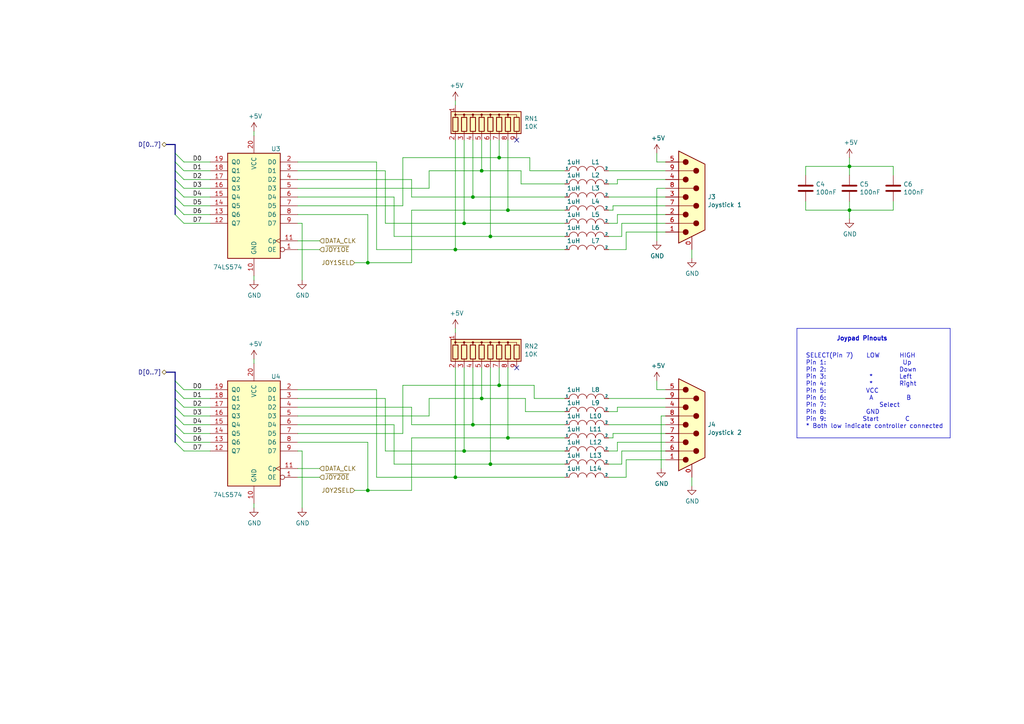
<source format=kicad_sch>
(kicad_sch (version 20211123) (generator eeschema)
  (paper "A4")
  (lib_symbols
    (symbol "74xx:74LS574" (pin_names (offset 1.016))
      (property "Reference" "U" (at -7.62 16.51 0))
      (property "Value" "74LS574" (at -7.62 -16.51 0))
      (symbol "74LS574_1_0"
        (pin input inverted (at -12.7 -12.7 0) (length 5.08) (name "OE") (number "1"))
        (pin power_in line (at 0 -20.32 90) (length 5.08) (name "GND") (number "10"))
        (pin input clock (at -12.7 -10.16 0) (length 5.08) (name "Cp") (number "11"))
        (pin tri_state line (at 12.7 -5.08 180) (length 5.08) (name "Q7") (number "12"))
        (pin tri_state line (at 12.7 -2.54 180) (length 5.08) (name "Q6") (number "13"))
        (pin tri_state line (at 12.7 0 180) (length 5.08) (name "Q5") (number "14"))
        (pin tri_state line (at 12.7 2.54 180) (length 5.08) (name "Q4") (number "15"))
        (pin tri_state line (at 12.7 5.08 180) (length 5.08) (name "Q3") (number "16"))
        (pin tri_state line (at 12.7 7.62 180) (length 5.08) (name "Q2") (number "17"))
        (pin tri_state line (at 12.7 10.16 180) (length 5.08) (name "Q1") (number "18"))
        (pin tri_state line (at 12.7 12.7 180) (length 5.08) (name "Q0") (number "19"))
        (pin input line (at -12.7 12.7 0) (length 5.08) (name "D0") (number "2"))
        (pin power_in line (at 0 20.32 270) (length 5.08) (name "VCC") (number "20"))
        (pin input line (at -12.7 10.16 0) (length 5.08) (name "D1") (number "3"))
        (pin input line (at -12.7 7.62 0) (length 5.08) (name "D2") (number "4"))
        (pin input line (at -12.7 5.08 0) (length 5.08) (name "D3") (number "5"))
        (pin input line (at -12.7 2.54 0) (length 5.08) (name "D4") (number "6"))
        (pin input line (at -12.7 0 0) (length 5.08) (name "D5") (number "7"))
        (pin input line (at -12.7 -2.54 0) (length 5.08) (name "D6") (number "8"))
        (pin input line (at -12.7 -5.08 0) (length 5.08) (name "D7") (number "9"))
      )
      (symbol "74LS574_1_1"
        (rectangle (start -7.62 15.24) (end 7.62 -15.24) (stroke (width 0.254)) (fill (type background)))
      )
    )
    (symbol "Connector:DB9_Male_MountingHoles" (pin_names (offset 1.016) hide)
      (property "Reference" "J" (at 0 16.51 0))
      (property "Value" "DB9_Male_MountingHoles" (at 0 14.605 0))
      (symbol "DB9_Male_MountingHoles_0_1"
        (circle (center -1.778 -10.16) (radius 0.762) (fill (type outline)))
        (circle (center -1.778 -5.08) (radius 0.762) (fill (type outline)))
        (circle (center -1.778 0) (radius 0.762) (fill (type outline)))
        (circle (center -1.778 5.08) (radius 0.762) (fill (type outline)))
        (circle (center -1.778 10.16) (radius 0.762) (fill (type outline)))
        (polyline (pts (xy -3.81 -10.16) (xy -2.54 -10.16)))
        (polyline (pts (xy -3.81 -7.62) (xy 0.508 -7.62)))
        (polyline (pts (xy -3.81 -5.08) (xy -2.54 -5.08)))
        (polyline (pts (xy -3.81 -2.54) (xy 0.508 -2.54)))
        (polyline (pts (xy -3.81 0) (xy -2.54 0)))
        (polyline (pts (xy -3.81 2.54) (xy 0.508 2.54)))
        (polyline (pts (xy -3.81 5.08) (xy -2.54 5.08)))
        (polyline (pts (xy -3.81 7.62) (xy 0.508 7.62)))
        (polyline (pts (xy -3.81 10.16) (xy -2.54 10.16)))
        (polyline (pts (xy -3.81 -13.335) (xy -3.81 13.335) (xy 3.81 9.525) (xy 3.81 -9.525) (xy -3.81 -13.335)) (stroke (width 0.254)) (fill (type background)))
        (circle (center 1.27 -7.62) (radius 0.762) (fill (type outline)))
        (circle (center 1.27 -2.54) (radius 0.762) (fill (type outline)))
        (circle (center 1.27 2.54) (radius 0.762) (fill (type outline)))
        (circle (center 1.27 7.62) (radius 0.762) (fill (type outline)))
      )
      (symbol "DB9_Male_MountingHoles_1_1"
        (pin passive line (at 0 -15.24 90) (length 3.81) (name "PAD") (number "0"))
        (pin passive line (at -7.62 -10.16 0) (length 3.81) (name "1") (number "1"))
        (pin passive line (at -7.62 -5.08 0) (length 3.81) (name "2") (number "2"))
        (pin passive line (at -7.62 0 0) (length 3.81) (name "3") (number "3"))
        (pin passive line (at -7.62 5.08 0) (length 3.81) (name "4") (number "4"))
        (pin passive line (at -7.62 10.16 0) (length 3.81) (name "5") (number "5"))
        (pin passive line (at -7.62 -7.62 0) (length 3.81) (name "6") (number "6"))
        (pin passive line (at -7.62 -2.54 0) (length 3.81) (name "7") (number "7"))
        (pin passive line (at -7.62 2.54 0) (length 3.81) (name "8") (number "8"))
        (pin passive line (at -7.62 7.62 0) (length 3.81) (name "9") (number "9"))
      )
    )
    (symbol "Device:C" (pin_numbers hide) (pin_names (offset 0.254))
      (property "Reference" "C" (at 0.635 2.54 0))
      (property "Value" "C" (at 0.635 -2.54 0))
      (symbol "C_0_1"
        (polyline (pts (xy -2.032 -0.762) (xy 2.032 -0.762)) (stroke (width 0.508)))
        (polyline (pts (xy -2.032 0.762) (xy 2.032 0.762)) (stroke (width 0.508)))
      )
      (symbol "C_1_1"
        (pin passive line (at 0 3.81 270) (length 2.794) (name "~") (number "1"))
        (pin passive line (at 0 -3.81 90) (length 2.794) (name "~") (number "2"))
      )
    )
    (symbol "Device:R_Network08" (pin_names (offset 0) hide)
      (property "Reference" "RN" (at -12.7 0 90))
      (property "Value" "R_Network08" (at 10.16 0 90))
      (symbol "R_Network08_0_1"
        (rectangle (start -11.43 -3.175) (end 8.89 3.175) (stroke (width 0.254)) (fill (type background)))
        (rectangle (start -10.922 1.524) (end -9.398 -2.54) (stroke (width 0.254)))
        (circle (center -10.16 2.286) (radius 0.254) (fill (type outline)))
        (rectangle (start -8.382 1.524) (end -6.858 -2.54) (stroke (width 0.254)))
        (circle (center -7.62 2.286) (radius 0.254) (fill (type outline)))
        (rectangle (start -5.842 1.524) (end -4.318 -2.54) (stroke (width 0.254)))
        (circle (center -5.08 2.286) (radius 0.254) (fill (type outline)))
        (rectangle (start -3.302 1.524) (end -1.778 -2.54) (stroke (width 0.254)))
        (circle (center -2.54 2.286) (radius 0.254) (fill (type outline)))
        (rectangle (start -0.762 1.524) (end 0.762 -2.54) (stroke (width 0.254)))
        (polyline (pts (xy -10.16 -2.54) (xy -10.16 -3.81)))
        (polyline (pts (xy -7.62 -2.54) (xy -7.62 -3.81)))
        (polyline (pts (xy -5.08 -2.54) (xy -5.08 -3.81)))
        (polyline (pts (xy -2.54 -2.54) (xy -2.54 -3.81)))
        (polyline (pts (xy 0 -2.54) (xy 0 -3.81)))
        (polyline (pts (xy 2.54 -2.54) (xy 2.54 -3.81)))
        (polyline (pts (xy 5.08 -2.54) (xy 5.08 -3.81)))
        (polyline (pts (xy 7.62 -2.54) (xy 7.62 -3.81)))
        (polyline (pts (xy -10.16 1.524) (xy -10.16 2.286) (xy -7.62 2.286) (xy -7.62 1.524)))
        (polyline (pts (xy -7.62 1.524) (xy -7.62 2.286) (xy -5.08 2.286) (xy -5.08 1.524)))
        (polyline (pts (xy -5.08 1.524) (xy -5.08 2.286) (xy -2.54 2.286) (xy -2.54 1.524)))
        (polyline (pts (xy -2.54 1.524) (xy -2.54 2.286) (xy 0 2.286) (xy 0 1.524)))
        (polyline (pts (xy 0 1.524) (xy 0 2.286) (xy 2.54 2.286) (xy 2.54 1.524)))
        (polyline (pts (xy 2.54 1.524) (xy 2.54 2.286) (xy 5.08 2.286) (xy 5.08 1.524)))
        (polyline (pts (xy 5.08 1.524) (xy 5.08 2.286) (xy 7.62 2.286) (xy 7.62 1.524)))
        (circle (center 0 2.286) (radius 0.254) (fill (type outline)))
        (rectangle (start 1.778 1.524) (end 3.302 -2.54) (stroke (width 0.254)))
        (circle (center 2.54 2.286) (radius 0.254) (fill (type outline)))
        (rectangle (start 4.318 1.524) (end 5.842 -2.54) (stroke (width 0.254)))
        (circle (center 5.08 2.286) (radius 0.254) (fill (type outline)))
        (rectangle (start 6.858 1.524) (end 8.382 -2.54) (stroke (width 0.254)))
      )
      (symbol "R_Network08_1_1"
        (pin passive line (at -10.16 5.08 270) (length 2.54) (name "common") (number "1"))
        (pin passive line (at -10.16 -5.08 90) (length 1.27) (name "R1") (number "2"))
        (pin passive line (at -7.62 -5.08 90) (length 1.27) (name "R2") (number "3"))
        (pin passive line (at -5.08 -5.08 90) (length 1.27) (name "R3") (number "4"))
        (pin passive line (at -2.54 -5.08 90) (length 1.27) (name "R4") (number "5"))
        (pin passive line (at 0 -5.08 90) (length 1.27) (name "R5") (number "6"))
        (pin passive line (at 2.54 -5.08 90) (length 1.27) (name "R6") (number "7"))
        (pin passive line (at 5.08 -5.08 90) (length 1.27) (name "R7") (number "8"))
        (pin passive line (at 7.62 -5.08 90) (length 1.27) (name "R8") (number "9"))
      )
    )
    (symbol "power:+5V" (power) (pin_names (offset 0))
      (property "Value" "+5V" (at 0 3.556 0))
      (symbol "+5V_0_1"
        (polyline (pts (xy -0.762 1.27) (xy 0 2.54)))
        (polyline (pts (xy 0 0) (xy 0 2.54)))
        (polyline (pts (xy 0 2.54) (xy 0.762 1.27)))
      )
      (symbol "+5V_1_1"
        (pin power_in line (at 0 0 90) (length 0) hide (name "+5V") (number "1"))
      )
    )
    (symbol "power:GND" (power) (pin_names (offset 0))
      (property "Value" "GND" (at 0 -3.81 0))
      (symbol "GND_0_1"
        (polyline (pts (xy 0 0) (xy 0 -1.27) (xy 1.27 -1.27) (xy 0 -2.54) (xy -1.27 -1.27) (xy 0 -1.27)))
      )
      (symbol "GND_1_1"
        (pin power_in line (at 0 0 270) (length 0) hide (name "GND") (number "1"))
      )
    )
    (symbol "pspice:INDUCTOR" (pin_numbers hide) (pin_names (offset 0))
      (property "Reference" "L" (at 0 2.54 0))
      (property "Value" "INDUCTOR" (at 0 -1.27 0))
      (symbol "INDUCTOR_0_1"
        (arc (start -2.54 0) (mid -3.81 1.27) (end -5.08 0))
        (arc (start 0 0) (mid -1.27 1.27) (end -2.54 0))
        (arc (start 2.54 0) (mid 1.27 1.27) (end 0 0))
        (arc (start 5.08 0) (mid 3.81 1.27) (end 2.54 0))
      )
      (symbol "INDUCTOR_1_1"
        (pin input line (at -6.35 0 0) (length 1.27) (name "1") (number "1"))
        (pin input line (at 6.35 0 180) (length 1.27) (name "2") (number "2"))
      )
    )
  )
  (junction (at 134.62 64.77))
  (junction (at 106.68 142.24))
  (junction (at 139.7 49.53))
  (junction (at 142.24 134.62))
  (junction (at 147.32 60.96))
  (junction (at 132.08 138.43))
  (junction (at 147.32 127))
  (junction (at 106.68 76.2))
  (junction (at 144.78 45.72))
  (junction (at 246.38 48.26))
  (junction (at 137.16 57.15))
  (junction (at 134.62 130.81))
  (junction (at 142.24 68.58))
  (junction (at 144.78 111.76))
  (junction (at 137.16 123.19))
  (junction (at 139.7 115.57))
  (junction (at 132.08 72.39))
  (junction (at 246.38 60.96))
  (no_connect (at 149.86 106.68))
  (no_connect (at 149.86 40.64))
  (bus_entry (at 50.8 49.53) (size 2.54 2.54))
  (bus_entry (at 50.8 115.57) (size 2.54 2.54))
  (bus_entry (at 50.8 52.07) (size 2.54 2.54))
  (bus_entry (at 50.8 118.11) (size 2.54 2.54))
  (bus_entry (at 50.8 120.65) (size 2.54 2.54))
  (bus_entry (at 50.8 57.15) (size 2.54 2.54))
  (bus_entry (at 50.8 59.69) (size 2.54 2.54))
  (bus_entry (at 50.8 44.45) (size 2.54 2.54))
  (bus_entry (at 50.8 123.19) (size 2.54 2.54))
  (bus_entry (at 50.8 128.27) (size 2.54 2.54))
  (bus_entry (at 50.8 46.99) (size 2.54 2.54))
  (bus_entry (at 50.8 125.73) (size 2.54 2.54))
  (bus_entry (at 50.8 54.61) (size 2.54 2.54))
  (bus_entry (at 50.8 113.03) (size 2.54 2.54))
  (bus_entry (at 50.8 62.23) (size 2.54 2.54))
  (bus_entry (at 50.8 110.49) (size 2.54 2.54))
  (wire (pts (xy 53.34 64.77) (xy 60.96 64.77)))
  (wire (pts (xy 139.7 49.53) (xy 151.13 49.53)))
  (wire (pts (xy 119.38 127) (xy 147.32 127)))
  (bus (pts (xy 50.8 110.49) (xy 50.8 113.03)))
  (wire (pts (xy 119.38 123.19) (xy 119.38 118.11)))
  (wire (pts (xy 142.24 106.68) (xy 142.24 134.62)))
  (wire (pts (xy 179.07 62.23) (xy 179.07 64.77)))
  (wire (pts (xy 153.67 49.53) (xy 153.67 45.72)))
  (wire (pts (xy 163.83 53.34) (xy 151.13 53.34)))
  (wire (pts (xy 53.34 123.19) (xy 60.96 123.19)))
  (wire (pts (xy 137.16 123.19) (xy 163.83 123.19)))
  (wire (pts (xy 147.32 106.68) (xy 147.32 127)))
  (wire (pts (xy 181.61 138.43) (xy 176.53 138.43)))
  (bus (pts (xy 50.8 44.45) (xy 50.8 46.99)))
  (wire (pts (xy 119.38 60.96) (xy 147.32 60.96)))
  (wire (pts (xy 114.3 123.19) (xy 86.36 123.19)))
  (wire (pts (xy 53.34 49.53) (xy 60.96 49.53)))
  (wire (pts (xy 259.08 48.26) (xy 259.08 50.8)))
  (wire (pts (xy 111.76 115.57) (xy 111.76 130.81)))
  (wire (pts (xy 132.08 40.64) (xy 132.08 72.39)))
  (wire (pts (xy 259.08 60.96) (xy 259.08 58.42)))
  (wire (pts (xy 144.78 45.72) (xy 153.67 45.72)))
  (wire (pts (xy 151.13 53.34) (xy 151.13 49.53)))
  (wire (pts (xy 111.76 115.57) (xy 86.36 115.57)))
  (bus (pts (xy 50.8 113.03) (xy 50.8 115.57)))
  (wire (pts (xy 147.32 40.64) (xy 147.32 60.96)))
  (wire (pts (xy 179.07 130.81) (xy 176.53 130.81)))
  (wire (pts (xy 144.78 40.64) (xy 144.78 45.72)))
  (wire (pts (xy 109.22 46.99) (xy 109.22 72.39)))
  (wire (pts (xy 109.22 113.03) (xy 86.36 113.03)))
  (wire (pts (xy 119.38 52.07) (xy 86.36 52.07)))
  (wire (pts (xy 180.34 130.81) (xy 180.34 134.62)))
  (wire (pts (xy 147.32 60.96) (xy 163.83 60.96)))
  (bus (pts (xy 50.8 49.53) (xy 50.8 52.07)))
  (wire (pts (xy 193.04 64.77) (xy 180.34 64.77)))
  (bus (pts (xy 50.8 52.07) (xy 50.8 54.61)))
  (bus (pts (xy 50.8 123.19) (xy 50.8 125.73)))
  (wire (pts (xy 53.34 128.27) (xy 60.96 128.27)))
  (wire (pts (xy 53.34 62.23) (xy 60.96 62.23)))
  (wire (pts (xy 246.38 63.5) (xy 246.38 60.96)))
  (wire (pts (xy 246.38 50.8) (xy 246.38 48.26)))
  (wire (pts (xy 114.3 57.15) (xy 86.36 57.15)))
  (wire (pts (xy 190.5 110.49) (xy 190.5 113.03)))
  (wire (pts (xy 124.46 115.57) (xy 124.46 120.65)))
  (wire (pts (xy 142.24 134.62) (xy 163.83 134.62)))
  (wire (pts (xy 119.38 76.2) (xy 106.68 76.2)))
  (bus (pts (xy 50.8 57.15) (xy 50.8 59.69)))
  (wire (pts (xy 152.4 119.38) (xy 163.83 119.38)))
  (wire (pts (xy 111.76 130.81) (xy 134.62 130.81)))
  (wire (pts (xy 87.63 130.81) (xy 87.63 147.32)))
  (wire (pts (xy 177.8 125.73) (xy 177.8 127)))
  (bus (pts (xy 50.8 46.99) (xy 50.8 49.53)))
  (wire (pts (xy 233.68 58.42) (xy 233.68 60.96)))
  (wire (pts (xy 114.3 134.62) (xy 142.24 134.62)))
  (wire (pts (xy 53.34 57.15) (xy 60.96 57.15)))
  (wire (pts (xy 246.38 58.42) (xy 246.38 60.96)))
  (wire (pts (xy 233.68 50.8) (xy 233.68 48.26)))
  (wire (pts (xy 116.84 59.69) (xy 86.36 59.69)))
  (wire (pts (xy 124.46 49.53) (xy 124.46 54.61)))
  (wire (pts (xy 87.63 64.77) (xy 87.63 81.28)))
  (wire (pts (xy 177.8 60.96) (xy 176.53 60.96)))
  (wire (pts (xy 193.04 62.23) (xy 179.07 62.23)))
  (wire (pts (xy 134.62 130.81) (xy 163.83 130.81)))
  (wire (pts (xy 92.71 72.39) (xy 86.36 72.39)))
  (wire (pts (xy 176.53 115.57) (xy 193.04 115.57)))
  (wire (pts (xy 109.22 72.39) (xy 132.08 72.39)))
  (wire (pts (xy 190.5 46.99) (xy 193.04 46.99)))
  (wire (pts (xy 53.34 59.69) (xy 60.96 59.69)))
  (wire (pts (xy 179.07 53.34) (xy 179.07 52.07)))
  (polyline (pts (xy 275.59 95.25) (xy 275.59 127)) (stroke (width 0) (type solid)))
  (bus (pts (xy 50.8 41.91) (xy 50.8 44.45)))
  (wire (pts (xy 116.84 111.76) (xy 116.84 125.73)))
  (wire (pts (xy 53.34 130.81) (xy 60.96 130.81)))
  (wire (pts (xy 111.76 49.53) (xy 86.36 49.53)))
  (wire (pts (xy 180.34 68.58) (xy 176.53 68.58)))
  (wire (pts (xy 190.5 69.85) (xy 190.5 54.61)))
  (wire (pts (xy 181.61 133.35) (xy 181.61 138.43)))
  (wire (pts (xy 179.07 52.07) (xy 193.04 52.07)))
  (wire (pts (xy 114.3 57.15) (xy 114.3 68.58)))
  (polyline (pts (xy 275.59 127) (xy 231.14 127)) (stroke (width 0) (type solid)))
  (wire (pts (xy 193.04 67.31) (xy 181.61 67.31)))
  (wire (pts (xy 180.34 134.62) (xy 176.53 134.62)))
  (wire (pts (xy 246.38 48.26) (xy 259.08 48.26)))
  (wire (pts (xy 181.61 67.31) (xy 181.61 72.39)))
  (wire (pts (xy 119.38 57.15) (xy 137.16 57.15)))
  (wire (pts (xy 137.16 40.64) (xy 137.16 57.15)))
  (wire (pts (xy 53.34 120.65) (xy 60.96 120.65)))
  (wire (pts (xy 119.38 60.96) (xy 119.38 76.2)))
  (wire (pts (xy 139.7 40.64) (xy 139.7 49.53)))
  (wire (pts (xy 137.16 57.15) (xy 163.83 57.15)))
  (wire (pts (xy 134.62 130.81) (xy 134.62 106.68)))
  (wire (pts (xy 132.08 95.25) (xy 132.08 96.52)))
  (wire (pts (xy 53.34 115.57) (xy 60.96 115.57)))
  (wire (pts (xy 106.68 76.2) (xy 102.87 76.2)))
  (bus (pts (xy 50.8 107.95) (xy 50.8 110.49)))
  (wire (pts (xy 193.04 133.35) (xy 181.61 133.35)))
  (bus (pts (xy 50.8 54.61) (xy 50.8 57.15)))
  (wire (pts (xy 111.76 64.77) (xy 134.62 64.77)))
  (bus (pts (xy 50.8 118.11) (xy 50.8 120.65)))
  (bus (pts (xy 50.8 107.95) (xy 48.26 107.95)))
  (wire (pts (xy 176.53 119.38) (xy 179.07 119.38)))
  (wire (pts (xy 154.94 115.57) (xy 154.94 111.76)))
  (wire (pts (xy 163.83 49.53) (xy 153.67 49.53)))
  (wire (pts (xy 190.5 44.45) (xy 190.5 46.99)))
  (wire (pts (xy 193.04 123.19) (xy 176.53 123.19)))
  (bus (pts (xy 50.8 59.69) (xy 50.8 62.23)))
  (wire (pts (xy 233.68 48.26) (xy 246.38 48.26)))
  (wire (pts (xy 132.08 106.68) (xy 132.08 138.43)))
  (wire (pts (xy 163.83 115.57) (xy 154.94 115.57)))
  (wire (pts (xy 86.36 69.85) (xy 92.71 69.85)))
  (wire (pts (xy 193.04 57.15) (xy 176.53 57.15)))
  (wire (pts (xy 134.62 64.77) (xy 134.62 40.64)))
  (wire (pts (xy 73.66 81.28) (xy 73.66 80.01)))
  (wire (pts (xy 132.08 29.21) (xy 132.08 30.48)))
  (wire (pts (xy 177.8 59.69) (xy 177.8 60.96)))
  (wire (pts (xy 200.66 74.93) (xy 200.66 72.39)))
  (wire (pts (xy 109.22 113.03) (xy 109.22 138.43)))
  (bus (pts (xy 50.8 125.73) (xy 50.8 128.27)))
  (wire (pts (xy 86.36 135.89) (xy 92.71 135.89)))
  (bus (pts (xy 50.8 115.57) (xy 50.8 118.11)))
  (wire (pts (xy 73.66 105.41) (xy 73.66 104.14)))
  (wire (pts (xy 124.46 115.57) (xy 139.7 115.57)))
  (wire (pts (xy 124.46 49.53) (xy 139.7 49.53)))
  (wire (pts (xy 246.38 48.26) (xy 246.38 45.72)))
  (wire (pts (xy 119.38 127) (xy 119.38 142.24)))
  (wire (pts (xy 179.07 64.77) (xy 176.53 64.77)))
  (wire (pts (xy 176.53 53.34) (xy 179.07 53.34)))
  (wire (pts (xy 179.07 119.38) (xy 179.07 118.11)))
  (wire (pts (xy 176.53 49.53) (xy 193.04 49.53)))
  (wire (pts (xy 73.66 147.32) (xy 73.66 146.05)))
  (wire (pts (xy 86.36 130.81) (xy 87.63 130.81)))
  (wire (pts (xy 147.32 127) (xy 163.83 127)))
  (wire (pts (xy 142.24 68.58) (xy 163.83 68.58)))
  (polyline (pts (xy 231.14 127) (xy 231.14 95.25)) (stroke (width 0) (type solid)))
  (wire (pts (xy 106.68 142.24) (xy 102.87 142.24)))
  (wire (pts (xy 193.04 59.69) (xy 177.8 59.69)))
  (wire (pts (xy 191.77 120.65) (xy 193.04 120.65)))
  (wire (pts (xy 53.34 52.07) (xy 60.96 52.07)))
  (wire (pts (xy 53.34 54.61) (xy 60.96 54.61)))
  (wire (pts (xy 86.36 128.27) (xy 106.68 128.27)))
  (wire (pts (xy 193.04 130.81) (xy 180.34 130.81)))
  (wire (pts (xy 190.5 113.03) (xy 193.04 113.03)))
  (wire (pts (xy 53.34 118.11) (xy 60.96 118.11)))
  (wire (pts (xy 119.38 123.19) (xy 137.16 123.19)))
  (wire (pts (xy 180.34 64.77) (xy 180.34 68.58)))
  (polyline (pts (xy 231.14 95.25) (xy 275.59 95.25)) (stroke (width 0) (type solid)))
  (wire (pts (xy 86.36 64.77) (xy 87.63 64.77)))
  (wire (pts (xy 124.46 120.65) (xy 86.36 120.65)))
  (wire (pts (xy 53.34 125.73) (xy 60.96 125.73)))
  (wire (pts (xy 119.38 57.15) (xy 119.38 52.07)))
  (wire (pts (xy 92.71 138.43) (xy 86.36 138.43)))
  (wire (pts (xy 109.22 46.99) (xy 86.36 46.99)))
  (wire (pts (xy 132.08 72.39) (xy 163.83 72.39)))
  (wire (pts (xy 114.3 123.19) (xy 114.3 134.62)))
  (wire (pts (xy 144.78 106.68) (xy 144.78 111.76)))
  (wire (pts (xy 142.24 40.64) (xy 142.24 68.58)))
  (wire (pts (xy 193.04 125.73) (xy 177.8 125.73)))
  (wire (pts (xy 134.62 64.77) (xy 163.83 64.77)))
  (wire (pts (xy 179.07 118.11) (xy 193.04 118.11)))
  (wire (pts (xy 193.04 128.27) (xy 179.07 128.27)))
  (wire (pts (xy 86.36 62.23) (xy 106.68 62.23)))
  (wire (pts (xy 179.07 128.27) (xy 179.07 130.81)))
  (wire (pts (xy 116.84 125.73) (xy 86.36 125.73)))
  (wire (pts (xy 190.5 54.61) (xy 193.04 54.61)))
  (wire (pts (xy 144.78 111.76) (xy 154.94 111.76)))
  (wire (pts (xy 137.16 123.19) (xy 137.16 106.68)))
  (wire (pts (xy 109.22 138.43) (xy 132.08 138.43)))
  (wire (pts (xy 116.84 111.76) (xy 144.78 111.76)))
  (bus (pts (xy 50.8 120.65) (xy 50.8 123.19)))
  (wire (pts (xy 73.66 39.37) (xy 73.66 38.1)))
  (wire (pts (xy 124.46 54.61) (xy 86.36 54.61)))
  (wire (pts (xy 114.3 68.58) (xy 142.24 68.58)))
  (wire (pts (xy 191.77 135.89) (xy 191.77 120.65)))
  (wire (pts (xy 132.08 138.43) (xy 163.83 138.43)))
  (wire (pts (xy 139.7 115.57) (xy 152.4 115.57)))
  (wire (pts (xy 106.68 128.27) (xy 106.68 142.24)))
  (wire (pts (xy 139.7 115.57) (xy 139.7 106.68)))
  (wire (pts (xy 116.84 45.72) (xy 144.78 45.72)))
  (wire (pts (xy 119.38 118.11) (xy 86.36 118.11)))
  (wire (pts (xy 246.38 60.96) (xy 259.08 60.96)))
  (wire (pts (xy 111.76 49.53) (xy 111.76 64.77)))
  (wire (pts (xy 152.4 115.57) (xy 152.4 119.38)))
  (wire (pts (xy 53.34 46.99) (xy 60.96 46.99)))
  (wire (pts (xy 119.38 142.24) (xy 106.68 142.24)))
  (wire (pts (xy 177.8 127) (xy 176.53 127)))
  (wire (pts (xy 181.61 72.39) (xy 176.53 72.39)))
  (wire (pts (xy 233.68 60.96) (xy 246.38 60.96)))
  (wire (pts (xy 200.66 140.97) (xy 200.66 138.43)))
  (wire (pts (xy 106.68 62.23) (xy 106.68 76.2)))
  (wire (pts (xy 116.84 45.72) (xy 116.84 59.69)))
  (bus (pts (xy 50.8 41.91) (xy 48.26 41.91)))
  (wire (pts (xy 53.34 113.03) (xy 60.96 113.03)))
  (text "SELECT(Pin 7)    LOW      HIGH\nPin 1:                       Up\nPin 2:                      Down\nPin 3:             *        Left\nPin 4:             *        Right\nPin 5:            VCC\nPin 6:             A          B      \nPin 7:                Select     \nPin 8:            GND\nPin 9:           Start        C\n* Both low indicate controller connected\n" (at 233.68 124.46 0) (effects (font (size 1.27 1.27)) (justify left bottom)))
  (text "Joypad Pinouts\n" (at 242.57 99.06 0) (effects (font (size 1.27 1.27) (thickness 0.254) bold) (justify left bottom)))
  (label "D7" (at 55.88 64.77 0))
  (label "D2" (at 55.88 118.11 0))
  (label "D6" (at 55.88 128.27 0))
  (label "D5" (at 55.88 125.73 0))
  (label "D1" (at 55.88 115.57 0))
  (label "D6" (at 55.88 62.23 0))
  (label "D4" (at 55.88 123.19 0))
  (label "D3" (at 55.88 120.65 0))
  (label "D1" (at 55.88 49.53 0))
  (label "D0" (at 55.88 113.03 0))
  (label "D2" (at 55.88 52.07 0))
  (label "D3" (at 55.88 54.61 0))
  (label "D4" (at 55.88 57.15 0))
  (label "D0" (at 55.88 46.99 0))
  (label "D7" (at 55.88 130.81 0))
  (label "D5" (at 55.88 59.69 0))
  (hierarchical_label "DATA_CLK" (shape input) (at 92.71 69.85 0))
  (hierarchical_label "D[0..7]" (shape bidirectional) (at 48.26 107.95 180))
  (hierarchical_label "JOY1SEL" (shape input) (at 102.87 76.2 180))
  (hierarchical_label "DATA_CLK" (shape input) (at 92.71 135.89 0))
  (hierarchical_label "~{JOY2OE}" (shape input) (at 92.71 138.43 0))
  (hierarchical_label "JOY2SEL" (shape input) (at 102.87 142.24 180))
  (hierarchical_label "D[0..7]" (shape bidirectional) (at 48.26 41.91 180))
  (hierarchical_label "~{JOY1OE}" (shape input) (at 92.71 72.39 0))
  (symbol (lib_id "74xx:74LS574") (at 73.66 59.69 0) (mirror y) (unit 1)
    (property "Reference" "U3" (at 80.01 43.18 0))
    (property "Value" "74LS574" (at 66.04 77.47 0))
    (property "Footprint" "Package_DIP:DIP-20_W7.62mm_Socket" (effects hide))
    (property "Datasheet" "http://www.ti.com/lit/gpn/sn74LS574" (effects hide))
  )
  (symbol (lib_id "Connector:DB9_Male_MountingHoles") (at 200.66 57.15 0) (unit 1)
    (property "Reference" "J3" (at 205.232 57.0992 0) (effects (justify left)))
    (property "Value" "Joystick 1" (at 205.232 59.4106 0) (effects (justify left)))
    (property "Footprint" "Connector_Dsub:DSUB-9_Male_Horizontal_P2.77x2.84mm_EdgePinOffset4.94mm_Housed_MountingHolesOffset7.48mm" (effects hide))
    (property "Datasheet" " ~" (effects hide))
  )
  (symbol (lib_id "Device:R_Network08") (at 142.24 35.56 0) (unit 1)
    (property "Reference" "RN1" (at 152.0952 34.3916 0) (effects (justify left)))
    (property "Value" "10K" (at 152.0952 36.703 0) (effects (justify left)))
    (property "Footprint" "Resistor_THT:R_Array_SIP9" (effects hide))
    (property "Datasheet" "http://www.vishay.com/docs/31509/csc.pdf" (effects hide))
  )
  (symbol (lib_id "power:+5V") (at 132.08 29.21 0) (unit 1)
    (property "Reference" "#PWR024" (effects hide))
    (property "Value" "+5V" (at 132.461 24.8158 0))
  )
  (symbol (lib_id "power:+5V") (at 73.66 38.1 0) (unit 1)
    (property "Reference" "#PWR018" (effects hide))
    (property "Value" "+5V" (at 74.041 33.7058 0))
  )
  (symbol (lib_id "power:GND") (at 73.66 81.28 0) (unit 1)
    (property "Reference" "#PWR019" (effects hide))
    (property "Value" "GND" (at 73.787 85.6742 0))
  )
  (symbol (lib_id "power:GND") (at 200.66 74.93 0) (unit 1)
    (property "Reference" "#PWR030" (effects hide))
    (property "Value" "GND" (at 200.787 79.3242 0))
  )
  (symbol (lib_id "power:GND") (at 190.5 69.85 0) (unit 1)
    (property "Reference" "#PWR027" (effects hide))
    (property "Value" "GND" (at 190.627 74.2442 0))
  )
  (symbol (lib_id "power:+5V") (at 190.5 44.45 0) (unit 1)
    (property "Reference" "#PWR026" (effects hide))
    (property "Value" "+5V" (at 190.881 40.0558 0))
  )
  (symbol (lib_id "power:GND") (at 87.63 81.28 0) (unit 1)
    (property "Reference" "#PWR022" (effects hide))
    (property "Value" "GND" (at 87.757 85.6742 0))
  )
  (symbol (lib_id "pspice:INDUCTOR") (at 170.18 49.53 0) (unit 1)
    (property "Reference" "L1" (at 172.72 46.99 0))
    (property "Value" "1uH" (at 166.37 46.99 0))
    (property "Footprint" "Inductor_THT:L_Axial_L6.6mm_D2.7mm_P10.16mm_Horizontal_Vishay_IM-2" (effects hide))
  )
  (symbol (lib_id "pspice:INDUCTOR") (at 170.18 53.34 0) (unit 1)
    (property "Reference" "L2" (at 172.72 50.8 0))
    (property "Value" "1uH" (at 166.37 50.8 0))
    (property "Footprint" "Inductor_THT:L_Axial_L6.6mm_D2.7mm_P10.16mm_Horizontal_Vishay_IM-2" (effects hide))
  )
  (symbol (lib_id "pspice:INDUCTOR") (at 170.18 57.15 0) (unit 1)
    (property "Reference" "L3" (at 172.72 54.61 0))
    (property "Value" "1uH" (at 166.37 54.61 0))
    (property "Footprint" "Inductor_THT:L_Axial_L6.6mm_D2.7mm_P10.16mm_Horizontal_Vishay_IM-2" (effects hide))
  )
  (symbol (lib_id "pspice:INDUCTOR") (at 170.18 60.96 0) (unit 1)
    (property "Reference" "L4" (at 172.72 58.42 0))
    (property "Value" "1uH" (at 166.37 58.42 0))
    (property "Footprint" "Inductor_THT:L_Axial_L6.6mm_D2.7mm_P10.16mm_Horizontal_Vishay_IM-2" (effects hide))
  )
  (symbol (lib_id "pspice:INDUCTOR") (at 170.18 64.77 0) (unit 1)
    (property "Reference" "L5" (at 172.72 62.23 0))
    (property "Value" "1uH" (at 166.37 62.23 0))
    (property "Footprint" "Inductor_THT:L_Axial_L6.6mm_D2.7mm_P10.16mm_Horizontal_Vishay_IM-2" (effects hide))
  )
  (symbol (lib_id "pspice:INDUCTOR") (at 170.18 68.58 0) (unit 1)
    (property "Reference" "L6" (at 172.72 66.04 0))
    (property "Value" "1uH" (at 166.37 66.04 0))
    (property "Footprint" "Inductor_THT:L_Axial_L6.6mm_D2.7mm_P10.16mm_Horizontal_Vishay_IM-2" (effects hide))
  )
  (symbol (lib_id "pspice:INDUCTOR") (at 170.18 72.39 0) (unit 1)
    (property "Reference" "L7" (at 172.72 69.85 0))
    (property "Value" "1uH" (at 166.37 69.85 0))
    (property "Footprint" "Inductor_THT:L_Axial_L6.6mm_D2.7mm_P10.16mm_Horizontal_Vishay_IM-2" (effects hide))
  )
  (symbol (lib_id "Connector:DB9_Male_MountingHoles") (at 200.66 123.19 0) (unit 1)
    (property "Reference" "J4" (at 205.232 123.1392 0) (effects (justify left)))
    (property "Value" "Joystick 2" (at 205.232 125.4506 0) (effects (justify left)))
    (property "Footprint" "Connector_Dsub:DSUB-9_Male_Horizontal_P2.77x2.84mm_EdgePinOffset4.94mm_Housed_MountingHolesOffset7.48mm" (effects hide))
    (property "Datasheet" " ~" (effects hide))
  )
  (symbol (lib_id "Device:R_Network08") (at 142.24 101.6 0) (unit 1)
    (property "Reference" "RN2" (at 152.0952 100.4316 0) (effects (justify left)))
    (property "Value" "10K" (at 152.0952 102.743 0) (effects (justify left)))
    (property "Footprint" "Resistor_THT:R_Array_SIP9" (effects hide))
    (property "Datasheet" "http://www.vishay.com/docs/31509/csc.pdf" (effects hide))
  )
  (symbol (lib_id "power:+5V") (at 132.08 95.25 0) (unit 1)
    (property "Reference" "#PWR025" (effects hide))
    (property "Value" "+5V" (at 132.461 90.8558 0))
  )
  (symbol (lib_id "power:+5V") (at 73.66 104.14 0) (unit 1)
    (property "Reference" "#PWR020" (effects hide))
    (property "Value" "+5V" (at 74.041 99.7458 0))
  )
  (symbol (lib_id "power:GND") (at 73.66 147.32 0) (unit 1)
    (property "Reference" "#PWR021" (effects hide))
    (property "Value" "GND" (at 73.787 151.7142 0))
  )
  (symbol (lib_id "power:GND") (at 200.66 140.97 0) (unit 1)
    (property "Reference" "#PWR031" (effects hide))
    (property "Value" "GND" (at 200.787 145.3642 0))
  )
  (symbol (lib_id "power:GND") (at 191.77 135.89 0) (unit 1)
    (property "Reference" "#PWR029" (effects hide))
    (property "Value" "GND" (at 191.897 140.2842 0))
  )
  (symbol (lib_id "power:+5V") (at 190.5 110.49 0) (unit 1)
    (property "Reference" "#PWR028" (effects hide))
    (property "Value" "+5V" (at 190.881 106.0958 0))
  )
  (symbol (lib_id "74xx:74LS574") (at 73.66 125.73 0) (mirror y) (unit 1)
    (property "Reference" "U4" (at 80.01 109.22 0))
    (property "Value" "74LS574" (at 66.04 143.51 0))
    (property "Footprint" "Package_DIP:DIP-20_W7.62mm_Socket" (effects hide))
    (property "Datasheet" "http://www.ti.com/lit/gpn/sn74LS574" (effects hide))
  )
  (symbol (lib_id "power:GND") (at 87.63 147.32 0) (unit 1)
    (property "Reference" "#PWR023" (effects hide))
    (property "Value" "GND" (at 87.757 151.7142 0))
  )
  (symbol (lib_id "pspice:INDUCTOR") (at 170.18 115.57 0) (unit 1)
    (property "Reference" "L8" (at 172.72 113.03 0))
    (property "Value" "1uH" (at 166.37 113.03 0))
    (property "Footprint" "Inductor_THT:L_Axial_L6.6mm_D2.7mm_P10.16mm_Horizontal_Vishay_IM-2" (effects hide))
  )
  (symbol (lib_id "pspice:INDUCTOR") (at 170.18 119.38 0) (unit 1)
    (property "Reference" "L9" (at 172.72 116.84 0))
    (property "Value" "1uH" (at 166.37 116.84 0))
    (property "Footprint" "Inductor_THT:L_Axial_L6.6mm_D2.7mm_P10.16mm_Horizontal_Vishay_IM-2" (effects hide))
  )
  (symbol (lib_id "pspice:INDUCTOR") (at 170.18 123.19 0) (unit 1)
    (property "Reference" "L10" (at 172.72 120.65 0))
    (property "Value" "1uH" (at 166.37 120.65 0))
    (property "Footprint" "Inductor_THT:L_Axial_L6.6mm_D2.7mm_P10.16mm_Horizontal_Vishay_IM-2" (effects hide))
  )
  (symbol (lib_id "pspice:INDUCTOR") (at 170.18 127 0) (unit 1)
    (property "Reference" "L11" (at 172.72 124.46 0))
    (property "Value" "1uH" (at 166.37 124.46 0))
    (property "Footprint" "Inductor_THT:L_Axial_L6.6mm_D2.7mm_P10.16mm_Horizontal_Vishay_IM-2" (effects hide))
  )
  (symbol (lib_id "pspice:INDUCTOR") (at 170.18 130.81 0) (unit 1)
    (property "Reference" "L12" (at 172.72 128.27 0))
    (property "Value" "1uH" (at 166.37 128.27 0))
    (property "Footprint" "Inductor_THT:L_Axial_L6.6mm_D2.7mm_P10.16mm_Horizontal_Vishay_IM-2" (effects hide))
  )
  (symbol (lib_id "pspice:INDUCTOR") (at 170.18 134.62 0) (unit 1)
    (property "Reference" "L13" (at 172.72 132.08 0))
    (property "Value" "1uH" (at 166.37 132.08 0))
    (property "Footprint" "Inductor_THT:L_Axial_L6.6mm_D2.7mm_P10.16mm_Horizontal_Vishay_IM-2" (effects hide))
  )
  (symbol (lib_id "pspice:INDUCTOR") (at 170.18 138.43 0) (unit 1)
    (property "Reference" "L14" (at 172.72 135.89 0))
    (property "Value" "1uH" (at 166.37 135.89 0))
    (property "Footprint" "Inductor_THT:L_Axial_L6.6mm_D2.7mm_P10.16mm_Horizontal_Vishay_IM-2" (effects hide))
  )
  (symbol (lib_id "Device:C") (at 233.68 54.61 0)
    (property "Reference" "C4" (at 236.601 53.4416 0) (effects (justify left)))
    (property "Value" "100nF" (at 236.601 55.753 0) (effects (justify left)))
    (property "Footprint" "Capacitor_THT:C_Disc_D5.0mm_W2.5mm_P2.50mm" (effects hide))
  )
  (symbol (lib_id "Device:C") (at 246.38 54.61 0)
    (property "Reference" "C5" (at 249.301 53.4416 0) (effects (justify left)))
    (property "Value" "100nF" (at 249.301 55.753 0) (effects (justify left)))
    (property "Footprint" "Capacitor_THT:C_Disc_D5.0mm_W2.5mm_P2.50mm" (effects hide))
  )
  (symbol (lib_id "Device:C") (at 259.08 54.61 0)
    (property "Reference" "C6" (at 262.001 53.4416 0) (effects (justify left)))
    (property "Value" "100nF" (at 262.001 55.753 0) (effects (justify left)))
    (property "Footprint" "Capacitor_THT:C_Disc_D5.0mm_W2.5mm_P2.50mm" (effects hide))
  )
  (symbol (lib_id "power:GND") (at 246.38 63.5 0)
    (property "Reference" "#PWR033" (effects hide))
    (property "Value" "GND" (at 246.507 67.8942 0))
  )
  (symbol (lib_id "power:+5V") (at 246.38 45.72 0)
    (property "Reference" "#PWR032" (effects hide))
    (property "Value" "+5V" (at 246.761 41.3258 0))
  )
)
</source>
